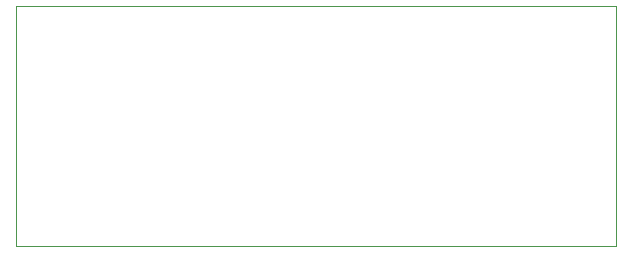
<source format=gbr>
%TF.GenerationSoftware,KiCad,Pcbnew,8.0.4-8.0.4-0~ubuntu24.04.1*%
%TF.CreationDate,2024-07-31T18:59:26-04:00*%
%TF.ProjectId,iceblink,69636562-6c69-46e6-9b2e-6b696361645f,rev?*%
%TF.SameCoordinates,Original*%
%TF.FileFunction,Profile,NP*%
%FSLAX46Y46*%
G04 Gerber Fmt 4.6, Leading zero omitted, Abs format (unit mm)*
G04 Created by KiCad (PCBNEW 8.0.4-8.0.4-0~ubuntu24.04.1) date 2024-07-31 18:59:26*
%MOMM*%
%LPD*%
G01*
G04 APERTURE LIST*
%TA.AperFunction,Profile*%
%ADD10C,0.100000*%
%TD*%
G04 APERTURE END LIST*
D10*
X127000000Y-121920000D02*
X177800000Y-121920000D01*
X177800000Y-101600000D02*
X127000000Y-101600000D01*
X177800000Y-121920000D02*
X177800000Y-101600000D01*
X127000000Y-101600000D02*
X127000000Y-121920000D01*
M02*

</source>
